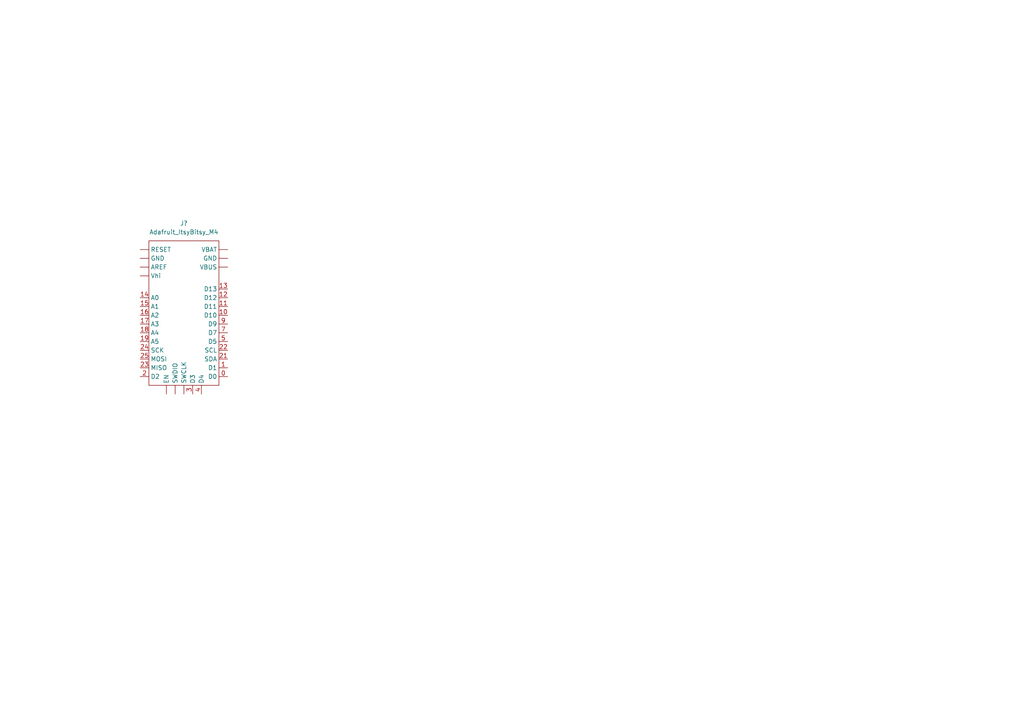
<source format=kicad_sch>
(kicad_sch (version 20211123) (generator eeschema)
  (paper "A4")
  (lib_symbols
    (symbol "Development_Boards:Adafruit_ItsyBitsy_M4"
      (property "Reference" "J" (at -21.59 -8.89 0))
      (property "Value" "Adafruit_ItsyBitsy_M4" (at -2.54 0 0))
      (symbol "Adafruit_ItsyBitsy_M4_0_1"
        (rectangle (start -20.32 10.16) (end 21.59 -10.16))
      )
      (symbol "Adafruit_ItsyBitsy_M4_1_1"
        (pin power_in line (at -12.7 -12.7 90) (length 2.54) (name "AREF") (number ""))
        (pin input line (at 24.13 -5.08 180) (length 2.54) (name "EN") (number ""))
        (pin power_in line (at -15.24 -12.7 90) (length 2.54) (name "GND") (number ""))
        (pin power_in line (at -15.24 12.7 270) (length 2.54) (name "GND") (number ""))
        (pin input line (at -17.78 -12.7 90) (length 2.54) (name "RESET") (number ""))
        (pin bidirectional line (at 24.13 0 180) (length 2.54) (name "SWCLK") (number ""))
        (pin bidirectional line (at 24.13 -2.54 180) (length 2.54) (name "SWDIO") (number ""))
        (pin power_in line (at -17.78 12.7 270) (length 2.54) (name "VBAT") (number ""))
        (pin power_out line (at -12.7 12.7 270) (length 2.54) (name "VBUS") (number ""))
        (pin power_out line (at -10.16 -12.7 90) (length 2.54) (name "Vhi") (number ""))
        (pin bidirectional line (at 19.05 12.7 270) (length 2.54) (name "D0") (number "0"))
        (pin bidirectional line (at 16.51 12.7 270) (length 2.54) (name "D1") (number "1"))
        (pin bidirectional line (at 1.27 12.7 270) (length 2.54) (name "D10") (number "10"))
        (pin bidirectional line (at -1.27 12.7 270) (length 2.54) (name "D11") (number "11"))
        (pin bidirectional line (at -3.81 12.7 270) (length 2.54) (name "D12") (number "12"))
        (pin bidirectional line (at -6.35 12.7 270) (length 2.54) (name "D13") (number "13"))
        (pin bidirectional line (at -3.81 -12.7 90) (length 2.54) (name "A0") (number "14"))
        (pin bidirectional line (at -1.27 -12.7 90) (length 2.54) (name "A1") (number "15"))
        (pin bidirectional line (at 1.27 -12.7 90) (length 2.54) (name "A2") (number "16"))
        (pin bidirectional line (at 3.81 -12.7 90) (length 2.54) (name "A3") (number "17"))
        (pin bidirectional line (at 6.35 -12.7 90) (length 2.54) (name "A4") (number "18"))
        (pin bidirectional line (at 8.89 -12.7 90) (length 2.54) (name "A5") (number "19"))
        (pin bidirectional line (at 19.05 -12.7 90) (length 2.54) (name "D2") (number "2"))
        (pin bidirectional line (at 13.97 12.7 270) (length 2.54) (name "SDA") (number "21"))
        (pin bidirectional line (at 11.43 12.7 270) (length 2.54) (name "SCL") (number "22"))
        (pin bidirectional line (at 16.51 -12.7 90) (length 2.54) (name "MISO") (number "23"))
        (pin bidirectional line (at 11.43 -12.7 90) (length 2.54) (name "SCK") (number "24"))
        (pin bidirectional line (at 13.97 -12.7 90) (length 2.54) (name "MOSI") (number "25"))
        (pin bidirectional line (at 24.13 2.54 180) (length 2.54) (name "D3") (number "3"))
        (pin bidirectional line (at 24.13 5.08 180) (length 2.54) (name "D4") (number "4"))
        (pin bidirectional line (at 8.89 12.7 270) (length 2.54) (name "D5") (number "5"))
        (pin bidirectional line (at 6.35 12.7 270) (length 2.54) (name "D7") (number "7"))
        (pin bidirectional line (at 3.81 12.7 270) (length 2.54) (name "D9") (number "9"))
      )
    )
  )
  (symbol (lib_id "Development_Boards:Adafruit_ItsyBitsy_M4") (at 53.34 90.17 270) (unit 1)
    (property "Reference" "J?" (at 53.34 64.77 90))
    (property "Value" "Adafruit_ItsyBitsy_M4" (at 53.34 67.31 90))
    (property "Footprint" "Development_Boards:Adafruit_ItsyBitsy_M4" (effects hide))
  )
)
</source>
